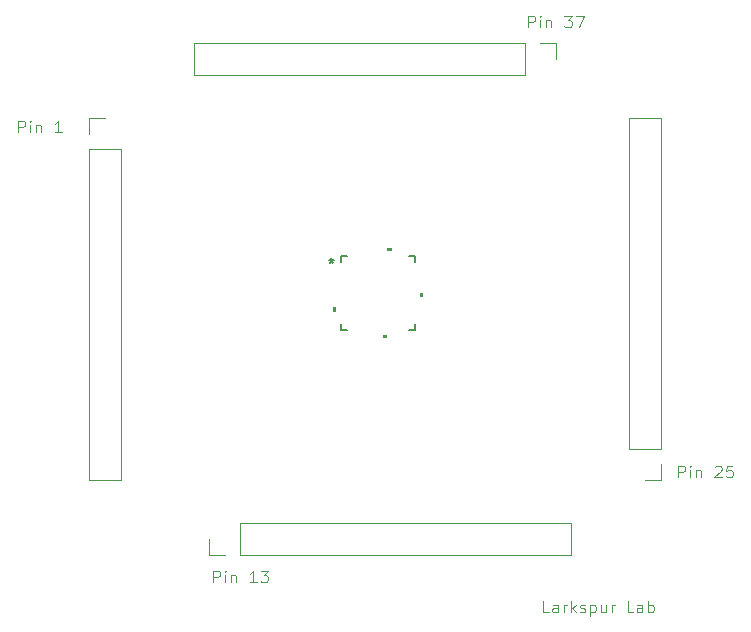
<source format=gbr>
%TF.GenerationSoftware,KiCad,Pcbnew,9.0.1*%
%TF.CreationDate,2025-08-21T20:12:05-04:00*%
%TF.ProjectId,STM32WL33CC1,53544d33-3257-44c3-9333-4343312e6b69,rev?*%
%TF.SameCoordinates,Original*%
%TF.FileFunction,Legend,Top*%
%TF.FilePolarity,Positive*%
%FSLAX46Y46*%
G04 Gerber Fmt 4.6, Leading zero omitted, Abs format (unit mm)*
G04 Created by KiCad (PCBNEW 9.0.1) date 2025-08-21 20:12:05*
%MOMM*%
%LPD*%
G01*
G04 APERTURE LIST*
%ADD10C,0.100000*%
%ADD11C,0.150000*%
%ADD12C,0.120000*%
%ADD13C,0.000000*%
%ADD14C,0.152400*%
G04 APERTURE END LIST*
D10*
X163340074Y-104012419D02*
X162863884Y-104012419D01*
X162863884Y-104012419D02*
X162863884Y-103012419D01*
X164101979Y-104012419D02*
X164101979Y-103488609D01*
X164101979Y-103488609D02*
X164054360Y-103393371D01*
X164054360Y-103393371D02*
X163959122Y-103345752D01*
X163959122Y-103345752D02*
X163768646Y-103345752D01*
X163768646Y-103345752D02*
X163673408Y-103393371D01*
X164101979Y-103964800D02*
X164006741Y-104012419D01*
X164006741Y-104012419D02*
X163768646Y-104012419D01*
X163768646Y-104012419D02*
X163673408Y-103964800D01*
X163673408Y-103964800D02*
X163625789Y-103869561D01*
X163625789Y-103869561D02*
X163625789Y-103774323D01*
X163625789Y-103774323D02*
X163673408Y-103679085D01*
X163673408Y-103679085D02*
X163768646Y-103631466D01*
X163768646Y-103631466D02*
X164006741Y-103631466D01*
X164006741Y-103631466D02*
X164101979Y-103583847D01*
X164578170Y-104012419D02*
X164578170Y-103345752D01*
X164578170Y-103536228D02*
X164625789Y-103440990D01*
X164625789Y-103440990D02*
X164673408Y-103393371D01*
X164673408Y-103393371D02*
X164768646Y-103345752D01*
X164768646Y-103345752D02*
X164863884Y-103345752D01*
X165197218Y-104012419D02*
X165197218Y-103012419D01*
X165292456Y-103631466D02*
X165578170Y-104012419D01*
X165578170Y-103345752D02*
X165197218Y-103726704D01*
X165959123Y-103964800D02*
X166054361Y-104012419D01*
X166054361Y-104012419D02*
X166244837Y-104012419D01*
X166244837Y-104012419D02*
X166340075Y-103964800D01*
X166340075Y-103964800D02*
X166387694Y-103869561D01*
X166387694Y-103869561D02*
X166387694Y-103821942D01*
X166387694Y-103821942D02*
X166340075Y-103726704D01*
X166340075Y-103726704D02*
X166244837Y-103679085D01*
X166244837Y-103679085D02*
X166101980Y-103679085D01*
X166101980Y-103679085D02*
X166006742Y-103631466D01*
X166006742Y-103631466D02*
X165959123Y-103536228D01*
X165959123Y-103536228D02*
X165959123Y-103488609D01*
X165959123Y-103488609D02*
X166006742Y-103393371D01*
X166006742Y-103393371D02*
X166101980Y-103345752D01*
X166101980Y-103345752D02*
X166244837Y-103345752D01*
X166244837Y-103345752D02*
X166340075Y-103393371D01*
X166816266Y-103345752D02*
X166816266Y-104345752D01*
X166816266Y-103393371D02*
X166911504Y-103345752D01*
X166911504Y-103345752D02*
X167101980Y-103345752D01*
X167101980Y-103345752D02*
X167197218Y-103393371D01*
X167197218Y-103393371D02*
X167244837Y-103440990D01*
X167244837Y-103440990D02*
X167292456Y-103536228D01*
X167292456Y-103536228D02*
X167292456Y-103821942D01*
X167292456Y-103821942D02*
X167244837Y-103917180D01*
X167244837Y-103917180D02*
X167197218Y-103964800D01*
X167197218Y-103964800D02*
X167101980Y-104012419D01*
X167101980Y-104012419D02*
X166911504Y-104012419D01*
X166911504Y-104012419D02*
X166816266Y-103964800D01*
X168149599Y-103345752D02*
X168149599Y-104012419D01*
X167721028Y-103345752D02*
X167721028Y-103869561D01*
X167721028Y-103869561D02*
X167768647Y-103964800D01*
X167768647Y-103964800D02*
X167863885Y-104012419D01*
X167863885Y-104012419D02*
X168006742Y-104012419D01*
X168006742Y-104012419D02*
X168101980Y-103964800D01*
X168101980Y-103964800D02*
X168149599Y-103917180D01*
X168625790Y-104012419D02*
X168625790Y-103345752D01*
X168625790Y-103536228D02*
X168673409Y-103440990D01*
X168673409Y-103440990D02*
X168721028Y-103393371D01*
X168721028Y-103393371D02*
X168816266Y-103345752D01*
X168816266Y-103345752D02*
X168911504Y-103345752D01*
X170482933Y-104012419D02*
X170006743Y-104012419D01*
X170006743Y-104012419D02*
X170006743Y-103012419D01*
X171244838Y-104012419D02*
X171244838Y-103488609D01*
X171244838Y-103488609D02*
X171197219Y-103393371D01*
X171197219Y-103393371D02*
X171101981Y-103345752D01*
X171101981Y-103345752D02*
X170911505Y-103345752D01*
X170911505Y-103345752D02*
X170816267Y-103393371D01*
X171244838Y-103964800D02*
X171149600Y-104012419D01*
X171149600Y-104012419D02*
X170911505Y-104012419D01*
X170911505Y-104012419D02*
X170816267Y-103964800D01*
X170816267Y-103964800D02*
X170768648Y-103869561D01*
X170768648Y-103869561D02*
X170768648Y-103774323D01*
X170768648Y-103774323D02*
X170816267Y-103679085D01*
X170816267Y-103679085D02*
X170911505Y-103631466D01*
X170911505Y-103631466D02*
X171149600Y-103631466D01*
X171149600Y-103631466D02*
X171244838Y-103583847D01*
X171721029Y-104012419D02*
X171721029Y-103012419D01*
X171721029Y-103393371D02*
X171816267Y-103345752D01*
X171816267Y-103345752D02*
X172006743Y-103345752D01*
X172006743Y-103345752D02*
X172101981Y-103393371D01*
X172101981Y-103393371D02*
X172149600Y-103440990D01*
X172149600Y-103440990D02*
X172197219Y-103536228D01*
X172197219Y-103536228D02*
X172197219Y-103821942D01*
X172197219Y-103821942D02*
X172149600Y-103917180D01*
X172149600Y-103917180D02*
X172101981Y-103964800D01*
X172101981Y-103964800D02*
X172006743Y-104012419D01*
X172006743Y-104012419D02*
X171816267Y-104012419D01*
X171816267Y-104012419D02*
X171721029Y-103964800D01*
X161593884Y-54482419D02*
X161593884Y-53482419D01*
X161593884Y-53482419D02*
X161974836Y-53482419D01*
X161974836Y-53482419D02*
X162070074Y-53530038D01*
X162070074Y-53530038D02*
X162117693Y-53577657D01*
X162117693Y-53577657D02*
X162165312Y-53672895D01*
X162165312Y-53672895D02*
X162165312Y-53815752D01*
X162165312Y-53815752D02*
X162117693Y-53910990D01*
X162117693Y-53910990D02*
X162070074Y-53958609D01*
X162070074Y-53958609D02*
X161974836Y-54006228D01*
X161974836Y-54006228D02*
X161593884Y-54006228D01*
X162593884Y-54482419D02*
X162593884Y-53815752D01*
X162593884Y-53482419D02*
X162546265Y-53530038D01*
X162546265Y-53530038D02*
X162593884Y-53577657D01*
X162593884Y-53577657D02*
X162641503Y-53530038D01*
X162641503Y-53530038D02*
X162593884Y-53482419D01*
X162593884Y-53482419D02*
X162593884Y-53577657D01*
X163070074Y-53815752D02*
X163070074Y-54482419D01*
X163070074Y-53910990D02*
X163117693Y-53863371D01*
X163117693Y-53863371D02*
X163212931Y-53815752D01*
X163212931Y-53815752D02*
X163355788Y-53815752D01*
X163355788Y-53815752D02*
X163451026Y-53863371D01*
X163451026Y-53863371D02*
X163498645Y-53958609D01*
X163498645Y-53958609D02*
X163498645Y-54482419D01*
X164641503Y-53482419D02*
X165260550Y-53482419D01*
X165260550Y-53482419D02*
X164927217Y-53863371D01*
X164927217Y-53863371D02*
X165070074Y-53863371D01*
X165070074Y-53863371D02*
X165165312Y-53910990D01*
X165165312Y-53910990D02*
X165212931Y-53958609D01*
X165212931Y-53958609D02*
X165260550Y-54053847D01*
X165260550Y-54053847D02*
X165260550Y-54291942D01*
X165260550Y-54291942D02*
X165212931Y-54387180D01*
X165212931Y-54387180D02*
X165165312Y-54434800D01*
X165165312Y-54434800D02*
X165070074Y-54482419D01*
X165070074Y-54482419D02*
X164784360Y-54482419D01*
X164784360Y-54482419D02*
X164689122Y-54434800D01*
X164689122Y-54434800D02*
X164641503Y-54387180D01*
X165593884Y-53482419D02*
X166260550Y-53482419D01*
X166260550Y-53482419D02*
X165831979Y-54482419D01*
X174293884Y-92582419D02*
X174293884Y-91582419D01*
X174293884Y-91582419D02*
X174674836Y-91582419D01*
X174674836Y-91582419D02*
X174770074Y-91630038D01*
X174770074Y-91630038D02*
X174817693Y-91677657D01*
X174817693Y-91677657D02*
X174865312Y-91772895D01*
X174865312Y-91772895D02*
X174865312Y-91915752D01*
X174865312Y-91915752D02*
X174817693Y-92010990D01*
X174817693Y-92010990D02*
X174770074Y-92058609D01*
X174770074Y-92058609D02*
X174674836Y-92106228D01*
X174674836Y-92106228D02*
X174293884Y-92106228D01*
X175293884Y-92582419D02*
X175293884Y-91915752D01*
X175293884Y-91582419D02*
X175246265Y-91630038D01*
X175246265Y-91630038D02*
X175293884Y-91677657D01*
X175293884Y-91677657D02*
X175341503Y-91630038D01*
X175341503Y-91630038D02*
X175293884Y-91582419D01*
X175293884Y-91582419D02*
X175293884Y-91677657D01*
X175770074Y-91915752D02*
X175770074Y-92582419D01*
X175770074Y-92010990D02*
X175817693Y-91963371D01*
X175817693Y-91963371D02*
X175912931Y-91915752D01*
X175912931Y-91915752D02*
X176055788Y-91915752D01*
X176055788Y-91915752D02*
X176151026Y-91963371D01*
X176151026Y-91963371D02*
X176198645Y-92058609D01*
X176198645Y-92058609D02*
X176198645Y-92582419D01*
X177389122Y-91677657D02*
X177436741Y-91630038D01*
X177436741Y-91630038D02*
X177531979Y-91582419D01*
X177531979Y-91582419D02*
X177770074Y-91582419D01*
X177770074Y-91582419D02*
X177865312Y-91630038D01*
X177865312Y-91630038D02*
X177912931Y-91677657D01*
X177912931Y-91677657D02*
X177960550Y-91772895D01*
X177960550Y-91772895D02*
X177960550Y-91868133D01*
X177960550Y-91868133D02*
X177912931Y-92010990D01*
X177912931Y-92010990D02*
X177341503Y-92582419D01*
X177341503Y-92582419D02*
X177960550Y-92582419D01*
X178865312Y-91582419D02*
X178389122Y-91582419D01*
X178389122Y-91582419D02*
X178341503Y-92058609D01*
X178341503Y-92058609D02*
X178389122Y-92010990D01*
X178389122Y-92010990D02*
X178484360Y-91963371D01*
X178484360Y-91963371D02*
X178722455Y-91963371D01*
X178722455Y-91963371D02*
X178817693Y-92010990D01*
X178817693Y-92010990D02*
X178865312Y-92058609D01*
X178865312Y-92058609D02*
X178912931Y-92153847D01*
X178912931Y-92153847D02*
X178912931Y-92391942D01*
X178912931Y-92391942D02*
X178865312Y-92487180D01*
X178865312Y-92487180D02*
X178817693Y-92534800D01*
X178817693Y-92534800D02*
X178722455Y-92582419D01*
X178722455Y-92582419D02*
X178484360Y-92582419D01*
X178484360Y-92582419D02*
X178389122Y-92534800D01*
X178389122Y-92534800D02*
X178341503Y-92487180D01*
X134923884Y-101472419D02*
X134923884Y-100472419D01*
X134923884Y-100472419D02*
X135304836Y-100472419D01*
X135304836Y-100472419D02*
X135400074Y-100520038D01*
X135400074Y-100520038D02*
X135447693Y-100567657D01*
X135447693Y-100567657D02*
X135495312Y-100662895D01*
X135495312Y-100662895D02*
X135495312Y-100805752D01*
X135495312Y-100805752D02*
X135447693Y-100900990D01*
X135447693Y-100900990D02*
X135400074Y-100948609D01*
X135400074Y-100948609D02*
X135304836Y-100996228D01*
X135304836Y-100996228D02*
X134923884Y-100996228D01*
X135923884Y-101472419D02*
X135923884Y-100805752D01*
X135923884Y-100472419D02*
X135876265Y-100520038D01*
X135876265Y-100520038D02*
X135923884Y-100567657D01*
X135923884Y-100567657D02*
X135971503Y-100520038D01*
X135971503Y-100520038D02*
X135923884Y-100472419D01*
X135923884Y-100472419D02*
X135923884Y-100567657D01*
X136400074Y-100805752D02*
X136400074Y-101472419D01*
X136400074Y-100900990D02*
X136447693Y-100853371D01*
X136447693Y-100853371D02*
X136542931Y-100805752D01*
X136542931Y-100805752D02*
X136685788Y-100805752D01*
X136685788Y-100805752D02*
X136781026Y-100853371D01*
X136781026Y-100853371D02*
X136828645Y-100948609D01*
X136828645Y-100948609D02*
X136828645Y-101472419D01*
X138590550Y-101472419D02*
X138019122Y-101472419D01*
X138304836Y-101472419D02*
X138304836Y-100472419D01*
X138304836Y-100472419D02*
X138209598Y-100615276D01*
X138209598Y-100615276D02*
X138114360Y-100710514D01*
X138114360Y-100710514D02*
X138019122Y-100758133D01*
X138923884Y-100472419D02*
X139542931Y-100472419D01*
X139542931Y-100472419D02*
X139209598Y-100853371D01*
X139209598Y-100853371D02*
X139352455Y-100853371D01*
X139352455Y-100853371D02*
X139447693Y-100900990D01*
X139447693Y-100900990D02*
X139495312Y-100948609D01*
X139495312Y-100948609D02*
X139542931Y-101043847D01*
X139542931Y-101043847D02*
X139542931Y-101281942D01*
X139542931Y-101281942D02*
X139495312Y-101377180D01*
X139495312Y-101377180D02*
X139447693Y-101424800D01*
X139447693Y-101424800D02*
X139352455Y-101472419D01*
X139352455Y-101472419D02*
X139066741Y-101472419D01*
X139066741Y-101472419D02*
X138971503Y-101424800D01*
X138971503Y-101424800D02*
X138923884Y-101377180D01*
X118413884Y-63372419D02*
X118413884Y-62372419D01*
X118413884Y-62372419D02*
X118794836Y-62372419D01*
X118794836Y-62372419D02*
X118890074Y-62420038D01*
X118890074Y-62420038D02*
X118937693Y-62467657D01*
X118937693Y-62467657D02*
X118985312Y-62562895D01*
X118985312Y-62562895D02*
X118985312Y-62705752D01*
X118985312Y-62705752D02*
X118937693Y-62800990D01*
X118937693Y-62800990D02*
X118890074Y-62848609D01*
X118890074Y-62848609D02*
X118794836Y-62896228D01*
X118794836Y-62896228D02*
X118413884Y-62896228D01*
X119413884Y-63372419D02*
X119413884Y-62705752D01*
X119413884Y-62372419D02*
X119366265Y-62420038D01*
X119366265Y-62420038D02*
X119413884Y-62467657D01*
X119413884Y-62467657D02*
X119461503Y-62420038D01*
X119461503Y-62420038D02*
X119413884Y-62372419D01*
X119413884Y-62372419D02*
X119413884Y-62467657D01*
X119890074Y-62705752D02*
X119890074Y-63372419D01*
X119890074Y-62800990D02*
X119937693Y-62753371D01*
X119937693Y-62753371D02*
X120032931Y-62705752D01*
X120032931Y-62705752D02*
X120175788Y-62705752D01*
X120175788Y-62705752D02*
X120271026Y-62753371D01*
X120271026Y-62753371D02*
X120318645Y-62848609D01*
X120318645Y-62848609D02*
X120318645Y-63372419D01*
X122080550Y-63372419D02*
X121509122Y-63372419D01*
X121794836Y-63372419D02*
X121794836Y-62372419D01*
X121794836Y-62372419D02*
X121699598Y-62515276D01*
X121699598Y-62515276D02*
X121604360Y-62610514D01*
X121604360Y-62610514D02*
X121509122Y-62658133D01*
D11*
X144908000Y-73999819D02*
X144908000Y-74237914D01*
X144669905Y-74142676D02*
X144908000Y-74237914D01*
X144908000Y-74237914D02*
X145146095Y-74142676D01*
X144765143Y-74428390D02*
X144908000Y-74237914D01*
X144908000Y-74237914D02*
X145050857Y-74428390D01*
X144908000Y-73999819D02*
X144908000Y-74237914D01*
X144669905Y-74142676D02*
X144908000Y-74237914D01*
X144908000Y-74237914D02*
X145146095Y-74142676D01*
X144765143Y-74428390D02*
X144908000Y-74237914D01*
X144908000Y-74237914D02*
X145050857Y-74428390D01*
D12*
%TO.C,J2*%
X137160000Y-96410000D02*
X165210000Y-96410000D01*
X165210000Y-99170000D02*
X165210000Y-96410000D01*
X137160000Y-99170000D02*
X137160000Y-96410000D01*
X137160000Y-99170000D02*
X165210000Y-99170000D01*
X135890000Y-99170000D02*
X134510000Y-99170000D01*
X134510000Y-99170000D02*
X134510000Y-97790000D01*
D13*
%TO.C,U1*%
G36*
X145289000Y-78535500D02*
G01*
X145035000Y-78535500D01*
X145035000Y-78154500D01*
X145289000Y-78154500D01*
X145289000Y-78535500D01*
G37*
G36*
X149635499Y-80755000D02*
G01*
X149254499Y-80755000D01*
X149254499Y-80501000D01*
X149635499Y-80501000D01*
X149635499Y-80755000D01*
G37*
G36*
X152655000Y-77335500D02*
G01*
X152401000Y-77335500D01*
X152401000Y-76954500D01*
X152655000Y-76954500D01*
X152655000Y-77335500D01*
G37*
G36*
X150035501Y-73389000D02*
G01*
X149654501Y-73389000D01*
X149654501Y-73135000D01*
X150035501Y-73135000D01*
X150035501Y-73389000D01*
G37*
D14*
X145720800Y-80069200D02*
X146210659Y-80069200D01*
X151969200Y-80069200D02*
X151969200Y-79579341D01*
X151969200Y-73820800D02*
X151479341Y-73820800D01*
X145720800Y-73820800D02*
X145720800Y-74310659D01*
X145720800Y-79579341D02*
X145720800Y-80069200D01*
X151479341Y-80069200D02*
X151969200Y-80069200D01*
X151969200Y-74310659D02*
X151969200Y-73820800D01*
X146210659Y-73820800D02*
X145720800Y-73820800D01*
D12*
%TO.C,J4*%
X163940000Y-55770000D02*
X163940000Y-57150000D01*
X162560000Y-55770000D02*
X163940000Y-55770000D01*
X161290000Y-55770000D02*
X133240000Y-55770000D01*
X161290000Y-55770000D02*
X161290000Y-58530000D01*
X133240000Y-55770000D02*
X133240000Y-58530000D01*
X161290000Y-58530000D02*
X133240000Y-58530000D01*
%TO.C,J3*%
X172830000Y-92820000D02*
X171450000Y-92820000D01*
X172830000Y-91440000D02*
X172830000Y-92820000D01*
X172830000Y-90170000D02*
X172830000Y-62120000D01*
X172830000Y-90170000D02*
X170070000Y-90170000D01*
X172830000Y-62120000D02*
X170070000Y-62120000D01*
X170070000Y-90170000D02*
X170070000Y-62120000D01*
%TO.C,J1*%
X124350000Y-62120000D02*
X125730000Y-62120000D01*
X124350000Y-63500000D02*
X124350000Y-62120000D01*
X124350000Y-64770000D02*
X124350000Y-92820000D01*
X124350000Y-64770000D02*
X127110000Y-64770000D01*
X124350000Y-92820000D02*
X127110000Y-92820000D01*
X127110000Y-64770000D02*
X127110000Y-92820000D01*
%TD*%
M02*

</source>
